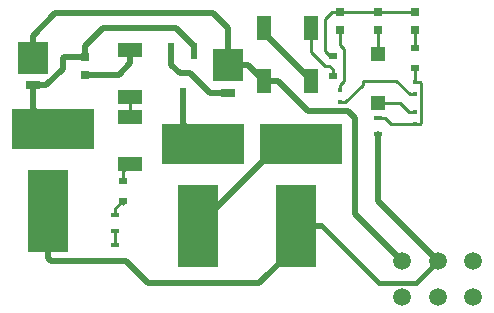
<source format=gbr>
G04 #@! TF.GenerationSoftware,KiCad,Pcbnew,(5.0.1)-3*
G04 #@! TF.CreationDate,2019-02-21T23:49:24-07:00*
G04 #@! TF.ProjectId,PowerManagement2019,506F7765724D616E6167656D656E7432,rev?*
G04 #@! TF.SameCoordinates,Original*
G04 #@! TF.FileFunction,Copper,L1,Top,Signal*
G04 #@! TF.FilePolarity,Positive*
%FSLAX46Y46*%
G04 Gerber Fmt 4.6, Leading zero omitted, Abs format (unit mm)*
G04 Created by KiCad (PCBNEW (5.0.1)-3) date 2019-02-21 11:49:24 PM*
%MOMM*%
%LPD*%
G01*
G04 APERTURE LIST*
G04 #@! TA.AperFunction,SMDPad,CuDef*
%ADD10R,2.540000X2.670000*%
G04 #@! TD*
G04 #@! TA.AperFunction,SMDPad,CuDef*
%ADD11R,1.270000X0.760000*%
G04 #@! TD*
G04 #@! TA.AperFunction,SMDPad,CuDef*
%ADD12R,0.800000X0.800000*%
G04 #@! TD*
G04 #@! TA.AperFunction,SMDPad,CuDef*
%ADD13R,2.100000X1.270000*%
G04 #@! TD*
G04 #@! TA.AperFunction,SMDPad,CuDef*
%ADD14R,1.270000X2.100000*%
G04 #@! TD*
G04 #@! TA.AperFunction,SMDPad,CuDef*
%ADD15R,0.800000X0.600000*%
G04 #@! TD*
G04 #@! TA.AperFunction,SMDPad,CuDef*
%ADD16R,1.220000X1.220000*%
G04 #@! TD*
G04 #@! TA.AperFunction,ComponentPad*
%ADD17R,7.000000X3.500000*%
G04 #@! TD*
G04 #@! TA.AperFunction,ComponentPad*
%ADD18R,3.500000X7.000000*%
G04 #@! TD*
G04 #@! TA.AperFunction,ComponentPad*
%ADD19C,1.500000*%
G04 #@! TD*
G04 #@! TA.AperFunction,SMDPad,CuDef*
%ADD20R,0.600000X1.400000*%
G04 #@! TD*
G04 #@! TA.AperFunction,SMDPad,CuDef*
%ADD21R,0.800000X0.400000*%
G04 #@! TD*
G04 #@! TA.AperFunction,SMDPad,CuDef*
%ADD22R,0.400000X0.400000*%
G04 #@! TD*
G04 #@! TA.AperFunction,Conductor*
%ADD23C,0.250000*%
G04 #@! TD*
G04 #@! TA.AperFunction,Conductor*
%ADD24C,0.500000*%
G04 #@! TD*
G04 #@! TA.AperFunction,Conductor*
%ADD25C,0.400000*%
G04 #@! TD*
G04 APERTURE END LIST*
D10*
G04 #@! TO.P,D1.1,2*
G04 #@! TO.N,Net-(D1.1-Pad2)*
X207645000Y-135825000D03*
D11*
G04 #@! TO.P,D1.1,1*
G04 #@! TO.N,Net-(D1.1-Pad1)*
X207645000Y-138180000D03*
G04 #@! TD*
G04 #@! TO.P,D1.2,1*
G04 #@! TO.N,Net-(D1.2-Pad1)*
X224155000Y-138815000D03*
D10*
G04 #@! TO.P,D1.2,2*
G04 #@! TO.N,Net-(D1.1-Pad2)*
X224155000Y-136460000D03*
G04 #@! TD*
D12*
G04 #@! TO.P,D2.1,1*
G04 #@! TO.N,Net-(D2.1-Pad1)*
X212090000Y-137275000D03*
G04 #@! TO.P,D2.1,2*
G04 #@! TO.N,Net-(D1.1-Pad1)*
X212090000Y-135775000D03*
G04 #@! TD*
G04 #@! TO.P,D2.4,2*
G04 #@! TO.N,Net-(D2.2-Pad2)*
X233680000Y-131965000D03*
G04 #@! TO.P,D2.4,1*
G04 #@! TO.N,Net-(D2.4-Pad1)*
X233680000Y-133465000D03*
G04 #@! TD*
G04 #@! TO.P,D2.2,1*
G04 #@! TO.N,Net-(D2.2-Pad1)*
X240030000Y-133465000D03*
G04 #@! TO.P,D2.2,2*
G04 #@! TO.N,Net-(D2.2-Pad2)*
X240030000Y-131965000D03*
G04 #@! TD*
G04 #@! TO.P,D2.3,2*
G04 #@! TO.N,Net-(D2.2-Pad2)*
X236855000Y-131965000D03*
G04 #@! TO.P,D2.3,1*
G04 #@! TO.N,Net-(D2.3-Pad1)*
X236855000Y-133465000D03*
G04 #@! TD*
D13*
G04 #@! TO.P,D3.1,1*
G04 #@! TO.N,Net-(D2.1-Pad1)*
X215900000Y-135175000D03*
G04 #@! TO.P,D3.1,2*
G04 #@! TO.N,Net-(D3.1-Pad2)*
X215900000Y-139145000D03*
G04 #@! TD*
G04 #@! TO.P,D3.2,2*
G04 #@! TO.N,Net-(D3.2-Pad2)*
X215900000Y-144860000D03*
G04 #@! TO.P,D3.2,1*
G04 #@! TO.N,Net-(D3.1-Pad2)*
X215900000Y-140890000D03*
G04 #@! TD*
D14*
G04 #@! TO.P,D3.3,1*
G04 #@! TO.N,Net-(D1.1-Pad2)*
X227250000Y-137795000D03*
G04 #@! TO.P,D3.3,2*
G04 #@! TO.N,Net-(D3.3-Pad2)*
X231220000Y-137795000D03*
G04 #@! TD*
G04 #@! TO.P,D3.4,2*
G04 #@! TO.N,Net-(D3.4-Pad2)*
X231220000Y-133350000D03*
G04 #@! TO.P,D3.4,1*
G04 #@! TO.N,Net-(D3.3-Pad2)*
X227250000Y-133350000D03*
G04 #@! TD*
D15*
G04 #@! TO.P,D4.1,2*
G04 #@! TO.N,Net-(D4.1-Pad2)*
X215265000Y-147955000D03*
G04 #@! TO.P,D4.1,1*
G04 #@! TO.N,Net-(D3.2-Pad2)*
X215265000Y-146255000D03*
G04 #@! TD*
G04 #@! TO.P,D4.2,1*
G04 #@! TO.N,Net-(D3.4-Pad2)*
X233045000Y-137375000D03*
G04 #@! TO.P,D4.2,2*
G04 #@! TO.N,Net-(D2.2-Pad2)*
X233045000Y-135675000D03*
G04 #@! TD*
G04 #@! TO.P,D4.3,2*
G04 #@! TO.N,Net-(D4.3-Pad2)*
X240030000Y-136740000D03*
G04 #@! TO.P,D4.3,1*
G04 #@! TO.N,Net-(D2.2-Pad1)*
X240030000Y-135040000D03*
G04 #@! TD*
D16*
G04 #@! TO.P,D5.1,1*
G04 #@! TO.N,Net-(D2.3-Pad1)*
X236855000Y-135500000D03*
G04 #@! TO.P,D5.1,2*
G04 #@! TO.N,Net-(D5.1-Pad2)*
X236855000Y-139700000D03*
G04 #@! TD*
D17*
G04 #@! TO.P,J1,1*
G04 #@! TO.N,Net-(D1.1-Pad1)*
X209375000Y-141875000D03*
D18*
G04 #@! TO.P,J1,2*
G04 #@! TO.N,GND*
X208975000Y-148825000D03*
G04 #@! TD*
G04 #@! TO.P,J2,2*
G04 #@! TO.N,Net-(J2-Pad2)*
X221675000Y-150095000D03*
D17*
G04 #@! TO.P,J2,1*
G04 #@! TO.N,Net-(J2-Pad1)*
X222075000Y-143145000D03*
G04 #@! TD*
G04 #@! TO.P,J3,1*
G04 #@! TO.N,Net-(J2-Pad2)*
X230330000Y-143145000D03*
D18*
G04 #@! TO.P,J3,2*
G04 #@! TO.N,GND*
X229930000Y-150095000D03*
G04 #@! TD*
D19*
G04 #@! TO.P,J4,1*
G04 #@! TO.N,Net-(D1.1-Pad2)*
X238935000Y-153065000D03*
G04 #@! TO.P,J4,2*
G04 #@! TO.N,GND*
X241935000Y-153065000D03*
G04 #@! TO.P,J4,4*
G04 #@! TO.N,N/C*
X238935000Y-156065000D03*
G04 #@! TO.P,J4,5*
X241935000Y-156065000D03*
G04 #@! TO.P,J4,6*
X244935000Y-156065000D03*
G04 #@! TO.P,J4,3*
X244935000Y-153065000D03*
G04 #@! TD*
D20*
G04 #@! TO.P,Q1,3*
G04 #@! TO.N,Net-(J2-Pad1)*
X220345000Y-139060000D03*
G04 #@! TO.P,Q1,1*
G04 #@! TO.N,Net-(D1.1-Pad1)*
X221295000Y-135260000D03*
G04 #@! TO.P,Q1,2*
G04 #@! TO.N,Net-(D1.2-Pad1)*
X219395000Y-135260000D03*
G04 #@! TD*
D21*
G04 #@! TO.P,R1,1*
G04 #@! TO.N,Net-(D4.1-Pad2)*
X214630000Y-149185000D03*
G04 #@! TO.P,R1,2*
G04 #@! TO.N,Net-(R1-Pad2)*
X214630000Y-150535000D03*
G04 #@! TD*
G04 #@! TO.P,R2,2*
G04 #@! TO.N,GND*
X214630000Y-153075000D03*
G04 #@! TO.P,R2,1*
G04 #@! TO.N,Net-(R1-Pad2)*
X214630000Y-151725000D03*
G04 #@! TD*
D22*
G04 #@! TO.P,R3,1*
G04 #@! TO.N,Net-(D5.1-Pad2)*
X240030000Y-140470000D03*
G04 #@! TO.P,R3,2*
G04 #@! TO.N,Net-(D4.3-Pad2)*
X240030000Y-141470000D03*
G04 #@! TD*
D21*
G04 #@! TO.P,R4,1*
G04 #@! TO.N,Net-(D4.3-Pad2)*
X236855000Y-140930000D03*
G04 #@! TO.P,R4,2*
G04 #@! TO.N,GND*
X236855000Y-142280000D03*
G04 #@! TD*
D22*
G04 #@! TO.P,R5,2*
G04 #@! TO.N,Net-(R5-Pad2)*
X233680000Y-139565000D03*
G04 #@! TO.P,R5,1*
G04 #@! TO.N,Net-(D2.4-Pad1)*
X233680000Y-138565000D03*
G04 #@! TD*
G04 #@! TO.P,R6,1*
G04 #@! TO.N,Net-(R5-Pad2)*
X240030000Y-138930000D03*
G04 #@! TO.P,R6,2*
G04 #@! TO.N,Net-(D4.3-Pad2)*
X240030000Y-137930000D03*
G04 #@! TD*
D23*
G04 #@! TO.N,Net-(D1.1-Pad2)*
X207645000Y-135760000D02*
X207645000Y-135825000D01*
X227250000Y-137380000D02*
X227250000Y-137795000D01*
D24*
X225915000Y-136460000D02*
X227250000Y-137795000D01*
X224155000Y-136460000D02*
X225915000Y-136460000D01*
X234950000Y-149080000D02*
X238935000Y-153065000D01*
X234950000Y-140970000D02*
X234950000Y-149080000D01*
X234315000Y-140335000D02*
X234950000Y-140970000D01*
X230925000Y-140335000D02*
X234315000Y-140335000D01*
X227250000Y-137795000D02*
X228385000Y-137795000D01*
X228385000Y-137795000D02*
X230925000Y-140335000D01*
X207645000Y-133990000D02*
X207645000Y-135825000D01*
X209550000Y-132085000D02*
X207645000Y-133990000D01*
X209550000Y-132080000D02*
X209550000Y-132085000D01*
X222885000Y-132080000D02*
X209550000Y-132080000D01*
X224155000Y-136460000D02*
X224155000Y-133350000D01*
X224155000Y-133350000D02*
X222885000Y-132080000D01*
D23*
G04 #@! TO.N,Net-(D1.1-Pad1)*
X207680000Y-138180000D02*
X207645000Y-138180000D01*
X207645000Y-138180000D02*
X207900000Y-138180000D01*
D24*
X207645000Y-140145000D02*
X209375000Y-141875000D01*
X207645000Y-138180000D02*
X207645000Y-140145000D01*
X208780000Y-138180000D02*
X210185000Y-136775000D01*
X207645000Y-138180000D02*
X208780000Y-138180000D01*
X210185000Y-136775000D02*
X210185000Y-135890000D01*
X210300000Y-135775000D02*
X212090000Y-135775000D01*
X210185000Y-135890000D02*
X210300000Y-135775000D01*
X212090000Y-134875000D02*
X212090000Y-135775000D01*
X213615000Y-133350000D02*
X212090000Y-134875000D01*
X219785000Y-133350000D02*
X213615000Y-133350000D01*
X221295000Y-134860000D02*
X219785000Y-133350000D01*
X221295000Y-135260000D02*
X221295000Y-134860000D01*
G04 #@! TO.N,Net-(D1.2-Pad1)*
X222635000Y-138815000D02*
X224155000Y-138815000D01*
X220980000Y-137160000D02*
X222635000Y-138815000D01*
X220095000Y-137160000D02*
X220980000Y-137160000D01*
X219395000Y-135260000D02*
X219395000Y-136460000D01*
X219395000Y-136460000D02*
X220095000Y-137160000D01*
G04 #@! TO.N,Net-(D2.1-Pad1)*
X215900000Y-136310000D02*
X215900000Y-135175000D01*
X214935000Y-137275000D02*
X215900000Y-136310000D01*
X212090000Y-137275000D02*
X214935000Y-137275000D01*
D23*
G04 #@! TO.N,Net-(D3.1-Pad2)*
X215900000Y-140890000D02*
X215900000Y-139145000D01*
G04 #@! TO.N,Net-(D3.2-Pad2)*
X215265000Y-145495000D02*
X215900000Y-144860000D01*
X215265000Y-146255000D02*
X215265000Y-145495000D01*
G04 #@! TO.N,Net-(D2.2-Pad2)*
X232945000Y-135675000D02*
X233045000Y-135675000D01*
X232830000Y-135675000D02*
X233045000Y-135675000D01*
X232410000Y-135255000D02*
X232830000Y-135675000D01*
X232410000Y-132585000D02*
X232410000Y-135255000D01*
X233030000Y-131965000D02*
X232410000Y-132585000D01*
X233680000Y-131965000D02*
X233030000Y-131965000D01*
X233680000Y-131965000D02*
X236855000Y-131965000D01*
X236855000Y-131965000D02*
X240030000Y-131965000D01*
G04 #@! TO.N,Net-(D2.4-Pad1)*
X233680000Y-138115000D02*
X233680000Y-138565000D01*
X234000000Y-137795000D02*
X233680000Y-138115000D01*
X234000000Y-135070000D02*
X234000000Y-137795000D01*
X233680000Y-133465000D02*
X233680000Y-134750000D01*
X233680000Y-134750000D02*
X234000000Y-135070000D01*
G04 #@! TO.N,Net-(D2.3-Pad1)*
X236855000Y-133465000D02*
X236855000Y-135500000D01*
G04 #@! TO.N,Net-(D2.2-Pad1)*
X240030000Y-133465000D02*
X240030000Y-135040000D01*
D24*
G04 #@! TO.N,Net-(D3.3-Pad2)*
X231220000Y-137735000D02*
X231220000Y-137795000D01*
X227250000Y-133765000D02*
X231220000Y-137735000D01*
X227250000Y-133350000D02*
X227250000Y-133765000D01*
D23*
G04 #@! TO.N,Net-(D3.4-Pad2)*
X231220000Y-133350000D02*
X231220000Y-133950000D01*
X233045000Y-136825000D02*
X232745000Y-136525000D01*
X233045000Y-137375000D02*
X233045000Y-136825000D01*
X232745000Y-136525000D02*
X232410000Y-136525000D01*
X231220000Y-135335000D02*
X231220000Y-133350000D01*
X232410000Y-136525000D02*
X231220000Y-135335000D01*
G04 #@! TO.N,Net-(D4.1-Pad2)*
X215305000Y-148210000D02*
X215265000Y-148170000D01*
X214630000Y-148590000D02*
X215265000Y-147955000D01*
X214630000Y-149185000D02*
X214630000Y-148590000D01*
G04 #@! TO.N,Net-(D4.3-Pad2)*
X240030000Y-136740000D02*
X240030000Y-137930000D01*
X240480000Y-141470000D02*
X240030000Y-141470000D01*
X240555001Y-141394999D02*
X240480000Y-141470000D01*
X240555001Y-138005001D02*
X240555001Y-141394999D01*
X240480000Y-137930000D02*
X240555001Y-138005001D01*
X240030000Y-137930000D02*
X240480000Y-137930000D01*
X237450000Y-140930000D02*
X236855000Y-140930000D01*
X240030000Y-141470000D02*
X237990000Y-141470000D01*
X237990000Y-141470000D02*
X237450000Y-140930000D01*
G04 #@! TO.N,Net-(D5.1-Pad2)*
X240030000Y-140470000D02*
X239530000Y-140470000D01*
X238760000Y-139700000D02*
X236855000Y-139700000D01*
X239530000Y-140470000D02*
X238760000Y-139700000D01*
D24*
G04 #@! TO.N,GND*
X209225000Y-153075000D02*
X214630000Y-153075000D01*
X208975000Y-148825000D02*
X208975000Y-152825000D01*
X208975000Y-152825000D02*
X209225000Y-153075000D01*
X229930000Y-151845000D02*
X229930000Y-150095000D01*
X226835000Y-154940000D02*
X229930000Y-151845000D01*
X217395000Y-154940000D02*
X226835000Y-154940000D01*
X215530000Y-153075000D02*
X217395000Y-154940000D01*
X214630000Y-153075000D02*
X215530000Y-153075000D01*
X236855000Y-147985000D02*
X241935000Y-153065000D01*
X236855000Y-142280000D02*
X236855000Y-147985000D01*
X232180000Y-150095000D02*
X229930000Y-150095000D01*
D25*
X236949999Y-154864999D02*
X232180000Y-150095000D01*
X240135001Y-154864999D02*
X236949999Y-154864999D01*
X241935000Y-153065000D02*
X240135001Y-154864999D01*
D23*
G04 #@! TO.N,Net-(J2-Pad2)*
X230330000Y-143440000D02*
X230330000Y-143145000D01*
D24*
X221675000Y-150050000D02*
X221675000Y-150095000D01*
X228580000Y-143145000D02*
X221675000Y-150050000D01*
X230330000Y-143145000D02*
X228580000Y-143145000D01*
G04 #@! TO.N,Net-(J2-Pad1)*
X220345000Y-141415000D02*
X222075000Y-143145000D01*
X220345000Y-139060000D02*
X220345000Y-141415000D01*
D23*
G04 #@! TO.N,Net-(R1-Pad2)*
X214630000Y-151725000D02*
X214630000Y-150535000D01*
G04 #@! TO.N,Net-(R5-Pad2)*
X239580000Y-138930000D02*
X238445000Y-137795000D01*
X240030000Y-138930000D02*
X239580000Y-138930000D01*
X238445000Y-137795000D02*
X235585000Y-137795000D01*
X234130000Y-139565000D02*
X233680000Y-139565000D01*
X235585000Y-138110000D02*
X234130000Y-139565000D01*
X235585000Y-137795000D02*
X235585000Y-138110000D01*
G04 #@! TD*
M02*

</source>
